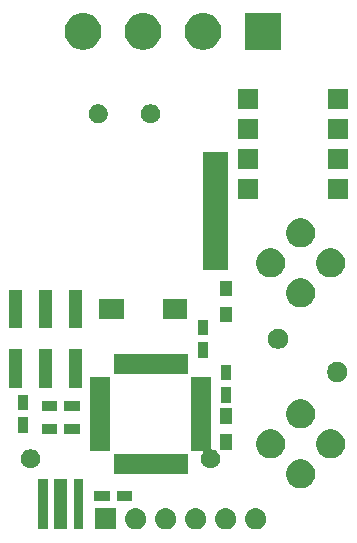
<source format=gbr>
G04 #@! TF.GenerationSoftware,KiCad,Pcbnew,(5.0.1)-4*
G04 #@! TF.CreationDate,2019-02-11T11:38:27+01:00*
G04 #@! TF.ProjectId,MyWallSwitch,4D7957616C6C5377697463682E6B6963,1*
G04 #@! TF.SameCoordinates,Original*
G04 #@! TF.FileFunction,Soldermask,Top*
G04 #@! TF.FilePolarity,Negative*
%FSLAX46Y46*%
G04 Gerber Fmt 4.6, Leading zero omitted, Abs format (unit mm)*
G04 Created by KiCad (PCBNEW (5.0.1)-4) date 11.02.2019 11:38:27*
%MOMM*%
%LPD*%
G01*
G04 APERTURE LIST*
%ADD10C,0.100000*%
G04 APERTURE END LIST*
D10*
G36*
X146160443Y-117215519D02*
X146226627Y-117222037D01*
X146339853Y-117256384D01*
X146396467Y-117273557D01*
X146535087Y-117347652D01*
X146552991Y-117357222D01*
X146588729Y-117386552D01*
X146690186Y-117469814D01*
X146773448Y-117571271D01*
X146802778Y-117607009D01*
X146802779Y-117607011D01*
X146886443Y-117763533D01*
X146886443Y-117763534D01*
X146937963Y-117933373D01*
X146955359Y-118110000D01*
X146937963Y-118286627D01*
X146903616Y-118399853D01*
X146886443Y-118456467D01*
X146812348Y-118595087D01*
X146802778Y-118612991D01*
X146773448Y-118648729D01*
X146690186Y-118750186D01*
X146588729Y-118833448D01*
X146552991Y-118862778D01*
X146552989Y-118862779D01*
X146396467Y-118946443D01*
X146339853Y-118963616D01*
X146226627Y-118997963D01*
X146160443Y-119004481D01*
X146094260Y-119011000D01*
X146005740Y-119011000D01*
X145939557Y-119004481D01*
X145873373Y-118997963D01*
X145760147Y-118963616D01*
X145703533Y-118946443D01*
X145547011Y-118862779D01*
X145547009Y-118862778D01*
X145511271Y-118833448D01*
X145409814Y-118750186D01*
X145326552Y-118648729D01*
X145297222Y-118612991D01*
X145287652Y-118595087D01*
X145213557Y-118456467D01*
X145196384Y-118399853D01*
X145162037Y-118286627D01*
X145144641Y-118110000D01*
X145162037Y-117933373D01*
X145213557Y-117763534D01*
X145213557Y-117763533D01*
X145297221Y-117607011D01*
X145297222Y-117607009D01*
X145326552Y-117571271D01*
X145409814Y-117469814D01*
X145511271Y-117386552D01*
X145547009Y-117357222D01*
X145564913Y-117347652D01*
X145703533Y-117273557D01*
X145760147Y-117256384D01*
X145873373Y-117222037D01*
X145939557Y-117215519D01*
X146005740Y-117209000D01*
X146094260Y-117209000D01*
X146160443Y-117215519D01*
X146160443Y-117215519D01*
G37*
G36*
X143620443Y-117215519D02*
X143686627Y-117222037D01*
X143799853Y-117256384D01*
X143856467Y-117273557D01*
X143995087Y-117347652D01*
X144012991Y-117357222D01*
X144048729Y-117386552D01*
X144150186Y-117469814D01*
X144233448Y-117571271D01*
X144262778Y-117607009D01*
X144262779Y-117607011D01*
X144346443Y-117763533D01*
X144346443Y-117763534D01*
X144397963Y-117933373D01*
X144415359Y-118110000D01*
X144397963Y-118286627D01*
X144363616Y-118399853D01*
X144346443Y-118456467D01*
X144272348Y-118595087D01*
X144262778Y-118612991D01*
X144233448Y-118648729D01*
X144150186Y-118750186D01*
X144048729Y-118833448D01*
X144012991Y-118862778D01*
X144012989Y-118862779D01*
X143856467Y-118946443D01*
X143799853Y-118963616D01*
X143686627Y-118997963D01*
X143620443Y-119004481D01*
X143554260Y-119011000D01*
X143465740Y-119011000D01*
X143399557Y-119004481D01*
X143333373Y-118997963D01*
X143220147Y-118963616D01*
X143163533Y-118946443D01*
X143007011Y-118862779D01*
X143007009Y-118862778D01*
X142971271Y-118833448D01*
X142869814Y-118750186D01*
X142786552Y-118648729D01*
X142757222Y-118612991D01*
X142747652Y-118595087D01*
X142673557Y-118456467D01*
X142656384Y-118399853D01*
X142622037Y-118286627D01*
X142604641Y-118110000D01*
X142622037Y-117933373D01*
X142673557Y-117763534D01*
X142673557Y-117763533D01*
X142757221Y-117607011D01*
X142757222Y-117607009D01*
X142786552Y-117571271D01*
X142869814Y-117469814D01*
X142971271Y-117386552D01*
X143007009Y-117357222D01*
X143024913Y-117347652D01*
X143163533Y-117273557D01*
X143220147Y-117256384D01*
X143333373Y-117222037D01*
X143399557Y-117215519D01*
X143465740Y-117209000D01*
X143554260Y-117209000D01*
X143620443Y-117215519D01*
X143620443Y-117215519D01*
G37*
G36*
X134251000Y-119011000D02*
X132449000Y-119011000D01*
X132449000Y-117209000D01*
X134251000Y-117209000D01*
X134251000Y-119011000D01*
X134251000Y-119011000D01*
G37*
G36*
X136000443Y-117215519D02*
X136066627Y-117222037D01*
X136179853Y-117256384D01*
X136236467Y-117273557D01*
X136375087Y-117347652D01*
X136392991Y-117357222D01*
X136428729Y-117386552D01*
X136530186Y-117469814D01*
X136613448Y-117571271D01*
X136642778Y-117607009D01*
X136642779Y-117607011D01*
X136726443Y-117763533D01*
X136726443Y-117763534D01*
X136777963Y-117933373D01*
X136795359Y-118110000D01*
X136777963Y-118286627D01*
X136743616Y-118399853D01*
X136726443Y-118456467D01*
X136652348Y-118595087D01*
X136642778Y-118612991D01*
X136613448Y-118648729D01*
X136530186Y-118750186D01*
X136428729Y-118833448D01*
X136392991Y-118862778D01*
X136392989Y-118862779D01*
X136236467Y-118946443D01*
X136179853Y-118963616D01*
X136066627Y-118997963D01*
X136000443Y-119004481D01*
X135934260Y-119011000D01*
X135845740Y-119011000D01*
X135779557Y-119004481D01*
X135713373Y-118997963D01*
X135600147Y-118963616D01*
X135543533Y-118946443D01*
X135387011Y-118862779D01*
X135387009Y-118862778D01*
X135351271Y-118833448D01*
X135249814Y-118750186D01*
X135166552Y-118648729D01*
X135137222Y-118612991D01*
X135127652Y-118595087D01*
X135053557Y-118456467D01*
X135036384Y-118399853D01*
X135002037Y-118286627D01*
X134984641Y-118110000D01*
X135002037Y-117933373D01*
X135053557Y-117763534D01*
X135053557Y-117763533D01*
X135137221Y-117607011D01*
X135137222Y-117607009D01*
X135166552Y-117571271D01*
X135249814Y-117469814D01*
X135351271Y-117386552D01*
X135387009Y-117357222D01*
X135404913Y-117347652D01*
X135543533Y-117273557D01*
X135600147Y-117256384D01*
X135713373Y-117222037D01*
X135779557Y-117215519D01*
X135845740Y-117209000D01*
X135934260Y-117209000D01*
X136000443Y-117215519D01*
X136000443Y-117215519D01*
G37*
G36*
X141080443Y-117215519D02*
X141146627Y-117222037D01*
X141259853Y-117256384D01*
X141316467Y-117273557D01*
X141455087Y-117347652D01*
X141472991Y-117357222D01*
X141508729Y-117386552D01*
X141610186Y-117469814D01*
X141693448Y-117571271D01*
X141722778Y-117607009D01*
X141722779Y-117607011D01*
X141806443Y-117763533D01*
X141806443Y-117763534D01*
X141857963Y-117933373D01*
X141875359Y-118110000D01*
X141857963Y-118286627D01*
X141823616Y-118399853D01*
X141806443Y-118456467D01*
X141732348Y-118595087D01*
X141722778Y-118612991D01*
X141693448Y-118648729D01*
X141610186Y-118750186D01*
X141508729Y-118833448D01*
X141472991Y-118862778D01*
X141472989Y-118862779D01*
X141316467Y-118946443D01*
X141259853Y-118963616D01*
X141146627Y-118997963D01*
X141080443Y-119004481D01*
X141014260Y-119011000D01*
X140925740Y-119011000D01*
X140859557Y-119004481D01*
X140793373Y-118997963D01*
X140680147Y-118963616D01*
X140623533Y-118946443D01*
X140467011Y-118862779D01*
X140467009Y-118862778D01*
X140431271Y-118833448D01*
X140329814Y-118750186D01*
X140246552Y-118648729D01*
X140217222Y-118612991D01*
X140207652Y-118595087D01*
X140133557Y-118456467D01*
X140116384Y-118399853D01*
X140082037Y-118286627D01*
X140064641Y-118110000D01*
X140082037Y-117933373D01*
X140133557Y-117763534D01*
X140133557Y-117763533D01*
X140217221Y-117607011D01*
X140217222Y-117607009D01*
X140246552Y-117571271D01*
X140329814Y-117469814D01*
X140431271Y-117386552D01*
X140467009Y-117357222D01*
X140484913Y-117347652D01*
X140623533Y-117273557D01*
X140680147Y-117256384D01*
X140793373Y-117222037D01*
X140859557Y-117215519D01*
X140925740Y-117209000D01*
X141014260Y-117209000D01*
X141080443Y-117215519D01*
X141080443Y-117215519D01*
G37*
G36*
X138540443Y-117215519D02*
X138606627Y-117222037D01*
X138719853Y-117256384D01*
X138776467Y-117273557D01*
X138915087Y-117347652D01*
X138932991Y-117357222D01*
X138968729Y-117386552D01*
X139070186Y-117469814D01*
X139153448Y-117571271D01*
X139182778Y-117607009D01*
X139182779Y-117607011D01*
X139266443Y-117763533D01*
X139266443Y-117763534D01*
X139317963Y-117933373D01*
X139335359Y-118110000D01*
X139317963Y-118286627D01*
X139283616Y-118399853D01*
X139266443Y-118456467D01*
X139192348Y-118595087D01*
X139182778Y-118612991D01*
X139153448Y-118648729D01*
X139070186Y-118750186D01*
X138968729Y-118833448D01*
X138932991Y-118862778D01*
X138932989Y-118862779D01*
X138776467Y-118946443D01*
X138719853Y-118963616D01*
X138606627Y-118997963D01*
X138540443Y-119004481D01*
X138474260Y-119011000D01*
X138385740Y-119011000D01*
X138319557Y-119004481D01*
X138253373Y-118997963D01*
X138140147Y-118963616D01*
X138083533Y-118946443D01*
X137927011Y-118862779D01*
X137927009Y-118862778D01*
X137891271Y-118833448D01*
X137789814Y-118750186D01*
X137706552Y-118648729D01*
X137677222Y-118612991D01*
X137667652Y-118595087D01*
X137593557Y-118456467D01*
X137576384Y-118399853D01*
X137542037Y-118286627D01*
X137524641Y-118110000D01*
X137542037Y-117933373D01*
X137593557Y-117763534D01*
X137593557Y-117763533D01*
X137677221Y-117607011D01*
X137677222Y-117607009D01*
X137706552Y-117571271D01*
X137789814Y-117469814D01*
X137891271Y-117386552D01*
X137927009Y-117357222D01*
X137944913Y-117347652D01*
X138083533Y-117273557D01*
X138140147Y-117256384D01*
X138253373Y-117222037D01*
X138319557Y-117215519D01*
X138385740Y-117209000D01*
X138474260Y-117209000D01*
X138540443Y-117215519D01*
X138540443Y-117215519D01*
G37*
G36*
X128441000Y-118941000D02*
X127639000Y-118941000D01*
X127639000Y-114739000D01*
X128441000Y-114739000D01*
X128441000Y-118941000D01*
X128441000Y-118941000D01*
G37*
G36*
X131441000Y-118941000D02*
X130639000Y-118941000D01*
X130639000Y-114739000D01*
X131441000Y-114739000D01*
X131441000Y-118941000D01*
X131441000Y-118941000D01*
G37*
G36*
X130091000Y-118941000D02*
X128989000Y-118941000D01*
X128989000Y-114739000D01*
X130091000Y-114739000D01*
X130091000Y-118941000D01*
X130091000Y-118941000D01*
G37*
G36*
X135586000Y-116631000D02*
X134284000Y-116631000D01*
X134284000Y-115779000D01*
X135586000Y-115779000D01*
X135586000Y-116631000D01*
X135586000Y-116631000D01*
G37*
G36*
X133686000Y-116631000D02*
X132384000Y-116631000D01*
X132384000Y-115779000D01*
X133686000Y-115779000D01*
X133686000Y-116631000D01*
X133686000Y-116631000D01*
G37*
G36*
X150217611Y-113121114D02*
X150440730Y-113213533D01*
X150641530Y-113347704D01*
X150812296Y-113518470D01*
X150946467Y-113719270D01*
X151038886Y-113942389D01*
X151086000Y-114179248D01*
X151086000Y-114420752D01*
X151038886Y-114657611D01*
X150946467Y-114880730D01*
X150812296Y-115081530D01*
X150641530Y-115252296D01*
X150440730Y-115386467D01*
X150217611Y-115478886D01*
X149980752Y-115526000D01*
X149739248Y-115526000D01*
X149502389Y-115478886D01*
X149279270Y-115386467D01*
X149078470Y-115252296D01*
X148907704Y-115081530D01*
X148773533Y-114880730D01*
X148681114Y-114657611D01*
X148634000Y-114420752D01*
X148634000Y-114179248D01*
X148681114Y-113942389D01*
X148773533Y-113719270D01*
X148907704Y-113518470D01*
X149078470Y-113347704D01*
X149279270Y-113213533D01*
X149502389Y-113121114D01*
X149739248Y-113074000D01*
X149980752Y-113074000D01*
X150217611Y-113121114D01*
X150217611Y-113121114D01*
G37*
G36*
X140286000Y-114321000D02*
X134034000Y-114321000D01*
X134034000Y-112619000D01*
X140286000Y-112619000D01*
X140286000Y-114321000D01*
X140286000Y-114321000D01*
G37*
G36*
X127237142Y-112248242D02*
X127385102Y-112309530D01*
X127518258Y-112398502D01*
X127631498Y-112511742D01*
X127720470Y-112644898D01*
X127781758Y-112792858D01*
X127813000Y-112949925D01*
X127813000Y-113110075D01*
X127781758Y-113267142D01*
X127720470Y-113415102D01*
X127631498Y-113548258D01*
X127518258Y-113661498D01*
X127385102Y-113750470D01*
X127237142Y-113811758D01*
X127080075Y-113843000D01*
X126919925Y-113843000D01*
X126762858Y-113811758D01*
X126614898Y-113750470D01*
X126481742Y-113661498D01*
X126368502Y-113548258D01*
X126279530Y-113415102D01*
X126218242Y-113267142D01*
X126187000Y-113110075D01*
X126187000Y-112949925D01*
X126218242Y-112792858D01*
X126279530Y-112644898D01*
X126368502Y-112511742D01*
X126481742Y-112398502D01*
X126614898Y-112309530D01*
X126762858Y-112248242D01*
X126919925Y-112217000D01*
X127080075Y-112217000D01*
X127237142Y-112248242D01*
X127237142Y-112248242D01*
G37*
G36*
X142261000Y-112102664D02*
X142263402Y-112127050D01*
X142270515Y-112150499D01*
X142282066Y-112172110D01*
X142297612Y-112191052D01*
X142316554Y-112206598D01*
X142338165Y-112218149D01*
X142361614Y-112225262D01*
X142477141Y-112248242D01*
X142625102Y-112309530D01*
X142758258Y-112398502D01*
X142795612Y-112435856D01*
X142805790Y-112444210D01*
X142814144Y-112454388D01*
X142871498Y-112511742D01*
X142960470Y-112644898D01*
X143021758Y-112792858D01*
X143053000Y-112949925D01*
X143053000Y-113110075D01*
X143021758Y-113267142D01*
X142960470Y-113415102D01*
X142871498Y-113548258D01*
X142758258Y-113661498D01*
X142625102Y-113750470D01*
X142477142Y-113811758D01*
X142320075Y-113843000D01*
X142159925Y-113843000D01*
X142002858Y-113811758D01*
X141854898Y-113750470D01*
X141721742Y-113661498D01*
X141608502Y-113548258D01*
X141519530Y-113415102D01*
X141458242Y-113267142D01*
X141427000Y-113110075D01*
X141427000Y-112949925D01*
X141458242Y-112792858D01*
X141519529Y-112644898D01*
X141589322Y-112540447D01*
X141600874Y-112518836D01*
X141607987Y-112495387D01*
X141610389Y-112471000D01*
X141607987Y-112446614D01*
X141600874Y-112423165D01*
X141589323Y-112401554D01*
X141573778Y-112382612D01*
X141554836Y-112367067D01*
X141533225Y-112355515D01*
X141509776Y-112348402D01*
X141485389Y-112346000D01*
X140559000Y-112346000D01*
X140559000Y-106094000D01*
X142261000Y-106094000D01*
X142261000Y-112102664D01*
X142261000Y-112102664D01*
G37*
G36*
X147677611Y-110581114D02*
X147900730Y-110673533D01*
X148101530Y-110807704D01*
X148272296Y-110978470D01*
X148406467Y-111179270D01*
X148498886Y-111402389D01*
X148546000Y-111639248D01*
X148546000Y-111880752D01*
X148498886Y-112117611D01*
X148406467Y-112340730D01*
X148272296Y-112541530D01*
X148101530Y-112712296D01*
X147900730Y-112846467D01*
X147677611Y-112938886D01*
X147440752Y-112986000D01*
X147199248Y-112986000D01*
X146962389Y-112938886D01*
X146739270Y-112846467D01*
X146538470Y-112712296D01*
X146367704Y-112541530D01*
X146233533Y-112340730D01*
X146141114Y-112117611D01*
X146094000Y-111880752D01*
X146094000Y-111639248D01*
X146141114Y-111402389D01*
X146233533Y-111179270D01*
X146367704Y-110978470D01*
X146538470Y-110807704D01*
X146739270Y-110673533D01*
X146962389Y-110581114D01*
X147199248Y-110534000D01*
X147440752Y-110534000D01*
X147677611Y-110581114D01*
X147677611Y-110581114D01*
G37*
G36*
X152757611Y-110581114D02*
X152980730Y-110673533D01*
X153181530Y-110807704D01*
X153352296Y-110978470D01*
X153486467Y-111179270D01*
X153578886Y-111402389D01*
X153626000Y-111639248D01*
X153626000Y-111880752D01*
X153578886Y-112117611D01*
X153486467Y-112340730D01*
X153352296Y-112541530D01*
X153181530Y-112712296D01*
X152980730Y-112846467D01*
X152757611Y-112938886D01*
X152520752Y-112986000D01*
X152279248Y-112986000D01*
X152042389Y-112938886D01*
X151819270Y-112846467D01*
X151618470Y-112712296D01*
X151447704Y-112541530D01*
X151313533Y-112340730D01*
X151221114Y-112117611D01*
X151174000Y-111880752D01*
X151174000Y-111639248D01*
X151221114Y-111402389D01*
X151313533Y-111179270D01*
X151447704Y-110978470D01*
X151618470Y-110807704D01*
X151819270Y-110673533D01*
X152042389Y-110581114D01*
X152279248Y-110534000D01*
X152520752Y-110534000D01*
X152757611Y-110581114D01*
X152757611Y-110581114D01*
G37*
G36*
X133761000Y-112346000D02*
X132059000Y-112346000D01*
X132059000Y-106094000D01*
X133761000Y-106094000D01*
X133761000Y-112346000D01*
X133761000Y-112346000D01*
G37*
G36*
X144011000Y-112241000D02*
X143009000Y-112241000D01*
X143009000Y-110939000D01*
X144011000Y-110939000D01*
X144011000Y-112241000D01*
X144011000Y-112241000D01*
G37*
G36*
X129241000Y-110916000D02*
X127939000Y-110916000D01*
X127939000Y-110064000D01*
X129241000Y-110064000D01*
X129241000Y-110916000D01*
X129241000Y-110916000D01*
G37*
G36*
X131141000Y-110916000D02*
X129839000Y-110916000D01*
X129839000Y-110064000D01*
X131141000Y-110064000D01*
X131141000Y-110916000D01*
X131141000Y-110916000D01*
G37*
G36*
X126791000Y-110821000D02*
X125939000Y-110821000D01*
X125939000Y-109519000D01*
X126791000Y-109519000D01*
X126791000Y-110821000D01*
X126791000Y-110821000D01*
G37*
G36*
X150217611Y-108041114D02*
X150440730Y-108133533D01*
X150641530Y-108267704D01*
X150812296Y-108438470D01*
X150946467Y-108639270D01*
X151038886Y-108862389D01*
X151086000Y-109099248D01*
X151086000Y-109340752D01*
X151038886Y-109577611D01*
X150946467Y-109800730D01*
X150812296Y-110001530D01*
X150641530Y-110172296D01*
X150440730Y-110306467D01*
X150217611Y-110398886D01*
X149980752Y-110446000D01*
X149739248Y-110446000D01*
X149502389Y-110398886D01*
X149279270Y-110306467D01*
X149078470Y-110172296D01*
X148907704Y-110001530D01*
X148773533Y-109800730D01*
X148681114Y-109577611D01*
X148634000Y-109340752D01*
X148634000Y-109099248D01*
X148681114Y-108862389D01*
X148773533Y-108639270D01*
X148907704Y-108438470D01*
X149078470Y-108267704D01*
X149279270Y-108133533D01*
X149502389Y-108041114D01*
X149739248Y-107994000D01*
X149980752Y-107994000D01*
X150217611Y-108041114D01*
X150217611Y-108041114D01*
G37*
G36*
X144011000Y-110041000D02*
X143009000Y-110041000D01*
X143009000Y-108739000D01*
X144011000Y-108739000D01*
X144011000Y-110041000D01*
X144011000Y-110041000D01*
G37*
G36*
X131141000Y-109011000D02*
X129839000Y-109011000D01*
X129839000Y-108159000D01*
X131141000Y-108159000D01*
X131141000Y-109011000D01*
X131141000Y-109011000D01*
G37*
G36*
X129241000Y-109011000D02*
X127939000Y-109011000D01*
X127939000Y-108159000D01*
X129241000Y-108159000D01*
X129241000Y-109011000D01*
X129241000Y-109011000D01*
G37*
G36*
X126791000Y-108921000D02*
X125939000Y-108921000D01*
X125939000Y-107619000D01*
X126791000Y-107619000D01*
X126791000Y-108921000D01*
X126791000Y-108921000D01*
G37*
G36*
X143936000Y-108281000D02*
X143084000Y-108281000D01*
X143084000Y-106979000D01*
X143936000Y-106979000D01*
X143936000Y-108281000D01*
X143936000Y-108281000D01*
G37*
G36*
X126281000Y-107021000D02*
X125179000Y-107021000D01*
X125179000Y-103769000D01*
X126281000Y-103769000D01*
X126281000Y-107021000D01*
X126281000Y-107021000D01*
G37*
G36*
X131361000Y-107021000D02*
X130259000Y-107021000D01*
X130259000Y-103769000D01*
X131361000Y-103769000D01*
X131361000Y-107021000D01*
X131361000Y-107021000D01*
G37*
G36*
X128821000Y-107021000D02*
X127719000Y-107021000D01*
X127719000Y-103769000D01*
X128821000Y-103769000D01*
X128821000Y-107021000D01*
X128821000Y-107021000D01*
G37*
G36*
X153203228Y-104851703D02*
X153358100Y-104915853D01*
X153497481Y-105008985D01*
X153616015Y-105127519D01*
X153709147Y-105266900D01*
X153773297Y-105421772D01*
X153806000Y-105586184D01*
X153806000Y-105753816D01*
X153773297Y-105918228D01*
X153709147Y-106073100D01*
X153616015Y-106212481D01*
X153497481Y-106331015D01*
X153358100Y-106424147D01*
X153203228Y-106488297D01*
X153038816Y-106521000D01*
X152871184Y-106521000D01*
X152706772Y-106488297D01*
X152551900Y-106424147D01*
X152412519Y-106331015D01*
X152293985Y-106212481D01*
X152200853Y-106073100D01*
X152136703Y-105918228D01*
X152104000Y-105753816D01*
X152104000Y-105586184D01*
X152136703Y-105421772D01*
X152200853Y-105266900D01*
X152293985Y-105127519D01*
X152412519Y-105008985D01*
X152551900Y-104915853D01*
X152706772Y-104851703D01*
X152871184Y-104819000D01*
X153038816Y-104819000D01*
X153203228Y-104851703D01*
X153203228Y-104851703D01*
G37*
G36*
X143936000Y-106381000D02*
X143084000Y-106381000D01*
X143084000Y-105079000D01*
X143936000Y-105079000D01*
X143936000Y-106381000D01*
X143936000Y-106381000D01*
G37*
G36*
X140286000Y-105821000D02*
X134034000Y-105821000D01*
X134034000Y-104119000D01*
X140286000Y-104119000D01*
X140286000Y-105821000D01*
X140286000Y-105821000D01*
G37*
G36*
X142031000Y-104471000D02*
X141179000Y-104471000D01*
X141179000Y-103169000D01*
X142031000Y-103169000D01*
X142031000Y-104471000D01*
X142031000Y-104471000D01*
G37*
G36*
X148203228Y-102051703D02*
X148358100Y-102115853D01*
X148497481Y-102208985D01*
X148616015Y-102327519D01*
X148709147Y-102466900D01*
X148773297Y-102621772D01*
X148806000Y-102786184D01*
X148806000Y-102953816D01*
X148773297Y-103118228D01*
X148709147Y-103273100D01*
X148616015Y-103412481D01*
X148497481Y-103531015D01*
X148358100Y-103624147D01*
X148203228Y-103688297D01*
X148038816Y-103721000D01*
X147871184Y-103721000D01*
X147706772Y-103688297D01*
X147551900Y-103624147D01*
X147412519Y-103531015D01*
X147293985Y-103412481D01*
X147200853Y-103273100D01*
X147136703Y-103118228D01*
X147104000Y-102953816D01*
X147104000Y-102786184D01*
X147136703Y-102621772D01*
X147200853Y-102466900D01*
X147293985Y-102327519D01*
X147412519Y-102208985D01*
X147551900Y-102115853D01*
X147706772Y-102051703D01*
X147871184Y-102019000D01*
X148038816Y-102019000D01*
X148203228Y-102051703D01*
X148203228Y-102051703D01*
G37*
G36*
X142031000Y-102571000D02*
X141179000Y-102571000D01*
X141179000Y-101269000D01*
X142031000Y-101269000D01*
X142031000Y-102571000D01*
X142031000Y-102571000D01*
G37*
G36*
X126281000Y-101971000D02*
X125179000Y-101971000D01*
X125179000Y-98719000D01*
X126281000Y-98719000D01*
X126281000Y-101971000D01*
X126281000Y-101971000D01*
G37*
G36*
X131361000Y-101971000D02*
X130259000Y-101971000D01*
X130259000Y-98719000D01*
X131361000Y-98719000D01*
X131361000Y-101971000D01*
X131361000Y-101971000D01*
G37*
G36*
X128821000Y-101971000D02*
X127719000Y-101971000D01*
X127719000Y-98719000D01*
X128821000Y-98719000D01*
X128821000Y-101971000D01*
X128821000Y-101971000D01*
G37*
G36*
X144011000Y-101446000D02*
X143009000Y-101446000D01*
X143009000Y-100144000D01*
X144011000Y-100144000D01*
X144011000Y-101446000D01*
X144011000Y-101446000D01*
G37*
G36*
X134876000Y-101181000D02*
X132774000Y-101181000D01*
X132774000Y-99479000D01*
X134876000Y-99479000D01*
X134876000Y-101181000D01*
X134876000Y-101181000D01*
G37*
G36*
X140276000Y-101181000D02*
X138174000Y-101181000D01*
X138174000Y-99479000D01*
X140276000Y-99479000D01*
X140276000Y-101181000D01*
X140276000Y-101181000D01*
G37*
G36*
X150217611Y-97801114D02*
X150440730Y-97893533D01*
X150641530Y-98027704D01*
X150812296Y-98198470D01*
X150946467Y-98399270D01*
X151038886Y-98622389D01*
X151086000Y-98859248D01*
X151086000Y-99100752D01*
X151038886Y-99337611D01*
X150946467Y-99560730D01*
X150812296Y-99761530D01*
X150641530Y-99932296D01*
X150440730Y-100066467D01*
X150217611Y-100158886D01*
X149980752Y-100206000D01*
X149739248Y-100206000D01*
X149502389Y-100158886D01*
X149279270Y-100066467D01*
X149078470Y-99932296D01*
X148907704Y-99761530D01*
X148773533Y-99560730D01*
X148681114Y-99337611D01*
X148634000Y-99100752D01*
X148634000Y-98859248D01*
X148681114Y-98622389D01*
X148773533Y-98399270D01*
X148907704Y-98198470D01*
X149078470Y-98027704D01*
X149279270Y-97893533D01*
X149502389Y-97801114D01*
X149739248Y-97754000D01*
X149980752Y-97754000D01*
X150217611Y-97801114D01*
X150217611Y-97801114D01*
G37*
G36*
X144011000Y-99246000D02*
X143009000Y-99246000D01*
X143009000Y-97944000D01*
X144011000Y-97944000D01*
X144011000Y-99246000D01*
X144011000Y-99246000D01*
G37*
G36*
X147677611Y-95261114D02*
X147900730Y-95353533D01*
X148101530Y-95487704D01*
X148272296Y-95658470D01*
X148406467Y-95859270D01*
X148498886Y-96082389D01*
X148546000Y-96319248D01*
X148546000Y-96560752D01*
X148498886Y-96797611D01*
X148406467Y-97020730D01*
X148272296Y-97221530D01*
X148101530Y-97392296D01*
X147900730Y-97526467D01*
X147677611Y-97618886D01*
X147440752Y-97666000D01*
X147199248Y-97666000D01*
X146962389Y-97618886D01*
X146739270Y-97526467D01*
X146538470Y-97392296D01*
X146367704Y-97221530D01*
X146233533Y-97020730D01*
X146141114Y-96797611D01*
X146094000Y-96560752D01*
X146094000Y-96319248D01*
X146141114Y-96082389D01*
X146233533Y-95859270D01*
X146367704Y-95658470D01*
X146538470Y-95487704D01*
X146739270Y-95353533D01*
X146962389Y-95261114D01*
X147199248Y-95214000D01*
X147440752Y-95214000D01*
X147677611Y-95261114D01*
X147677611Y-95261114D01*
G37*
G36*
X152757611Y-95261114D02*
X152980730Y-95353533D01*
X153181530Y-95487704D01*
X153352296Y-95658470D01*
X153486467Y-95859270D01*
X153578886Y-96082389D01*
X153626000Y-96319248D01*
X153626000Y-96560752D01*
X153578886Y-96797611D01*
X153486467Y-97020730D01*
X153352296Y-97221530D01*
X153181530Y-97392296D01*
X152980730Y-97526467D01*
X152757611Y-97618886D01*
X152520752Y-97666000D01*
X152279248Y-97666000D01*
X152042389Y-97618886D01*
X151819270Y-97526467D01*
X151618470Y-97392296D01*
X151447704Y-97221530D01*
X151313533Y-97020730D01*
X151221114Y-96797611D01*
X151174000Y-96560752D01*
X151174000Y-96319248D01*
X151221114Y-96082389D01*
X151313533Y-95859270D01*
X151447704Y-95658470D01*
X151618470Y-95487704D01*
X151819270Y-95353533D01*
X152042389Y-95261114D01*
X152279248Y-95214000D01*
X152520752Y-95214000D01*
X152757611Y-95261114D01*
X152757611Y-95261114D01*
G37*
G36*
X143736000Y-97026000D02*
X141634000Y-97026000D01*
X141634000Y-87034000D01*
X143736000Y-87034000D01*
X143736000Y-97026000D01*
X143736000Y-97026000D01*
G37*
G36*
X150217611Y-92721114D02*
X150440730Y-92813533D01*
X150641530Y-92947704D01*
X150812296Y-93118470D01*
X150946467Y-93319270D01*
X151038886Y-93542389D01*
X151086000Y-93779248D01*
X151086000Y-94020752D01*
X151038886Y-94257611D01*
X150946467Y-94480730D01*
X150812296Y-94681530D01*
X150641530Y-94852296D01*
X150440730Y-94986467D01*
X150217611Y-95078886D01*
X149980752Y-95126000D01*
X149739248Y-95126000D01*
X149502389Y-95078886D01*
X149279270Y-94986467D01*
X149078470Y-94852296D01*
X148907704Y-94681530D01*
X148773533Y-94480730D01*
X148681114Y-94257611D01*
X148634000Y-94020752D01*
X148634000Y-93779248D01*
X148681114Y-93542389D01*
X148773533Y-93319270D01*
X148907704Y-93118470D01*
X149078470Y-92947704D01*
X149279270Y-92813533D01*
X149502389Y-92721114D01*
X149739248Y-92674000D01*
X149980752Y-92674000D01*
X150217611Y-92721114D01*
X150217611Y-92721114D01*
G37*
G36*
X153886000Y-91021000D02*
X152184000Y-91021000D01*
X152184000Y-89319000D01*
X153886000Y-89319000D01*
X153886000Y-91021000D01*
X153886000Y-91021000D01*
G37*
G36*
X146266000Y-91021000D02*
X144564000Y-91021000D01*
X144564000Y-89319000D01*
X146266000Y-89319000D01*
X146266000Y-91021000D01*
X146266000Y-91021000D01*
G37*
G36*
X153886000Y-88481000D02*
X152184000Y-88481000D01*
X152184000Y-86779000D01*
X153886000Y-86779000D01*
X153886000Y-88481000D01*
X153886000Y-88481000D01*
G37*
G36*
X146266000Y-88481000D02*
X144564000Y-88481000D01*
X144564000Y-86779000D01*
X146266000Y-86779000D01*
X146266000Y-88481000D01*
X146266000Y-88481000D01*
G37*
G36*
X146266000Y-85941000D02*
X144564000Y-85941000D01*
X144564000Y-84239000D01*
X146266000Y-84239000D01*
X146266000Y-85941000D01*
X146266000Y-85941000D01*
G37*
G36*
X153886000Y-85941000D02*
X152184000Y-85941000D01*
X152184000Y-84239000D01*
X153886000Y-84239000D01*
X153886000Y-85941000D01*
X153886000Y-85941000D01*
G37*
G36*
X137397142Y-83038242D02*
X137545102Y-83099530D01*
X137678258Y-83188502D01*
X137791498Y-83301742D01*
X137880470Y-83434898D01*
X137941758Y-83582858D01*
X137973000Y-83739925D01*
X137973000Y-83900075D01*
X137941758Y-84057142D01*
X137880470Y-84205102D01*
X137791498Y-84338258D01*
X137678258Y-84451498D01*
X137545102Y-84540470D01*
X137397142Y-84601758D01*
X137240075Y-84633000D01*
X137079925Y-84633000D01*
X136922858Y-84601758D01*
X136774898Y-84540470D01*
X136641742Y-84451498D01*
X136528502Y-84338258D01*
X136439530Y-84205102D01*
X136378242Y-84057142D01*
X136347000Y-83900075D01*
X136347000Y-83739925D01*
X136378242Y-83582858D01*
X136439530Y-83434898D01*
X136528502Y-83301742D01*
X136641742Y-83188502D01*
X136774898Y-83099530D01*
X136922858Y-83038242D01*
X137079925Y-83007000D01*
X137240075Y-83007000D01*
X137397142Y-83038242D01*
X137397142Y-83038242D01*
G37*
G36*
X132952142Y-83038242D02*
X133100102Y-83099530D01*
X133233258Y-83188502D01*
X133346498Y-83301742D01*
X133435470Y-83434898D01*
X133496758Y-83582858D01*
X133528000Y-83739925D01*
X133528000Y-83900075D01*
X133496758Y-84057142D01*
X133435470Y-84205102D01*
X133346498Y-84338258D01*
X133233258Y-84451498D01*
X133100102Y-84540470D01*
X132952142Y-84601758D01*
X132795075Y-84633000D01*
X132634925Y-84633000D01*
X132477858Y-84601758D01*
X132329898Y-84540470D01*
X132196742Y-84451498D01*
X132083502Y-84338258D01*
X131994530Y-84205102D01*
X131933242Y-84057142D01*
X131902000Y-83900075D01*
X131902000Y-83739925D01*
X131933242Y-83582858D01*
X131994530Y-83434898D01*
X132083502Y-83301742D01*
X132196742Y-83188502D01*
X132329898Y-83099530D01*
X132477858Y-83038242D01*
X132634925Y-83007000D01*
X132795075Y-83007000D01*
X132952142Y-83038242D01*
X132952142Y-83038242D01*
G37*
G36*
X153886000Y-83401000D02*
X152184000Y-83401000D01*
X152184000Y-81699000D01*
X153886000Y-81699000D01*
X153886000Y-83401000D01*
X153886000Y-83401000D01*
G37*
G36*
X146266000Y-83401000D02*
X144564000Y-83401000D01*
X144564000Y-81699000D01*
X146266000Y-81699000D01*
X146266000Y-83401000D01*
X146266000Y-83401000D01*
G37*
G36*
X148236000Y-78386000D02*
X145134000Y-78386000D01*
X145134000Y-75284000D01*
X148236000Y-75284000D01*
X148236000Y-78386000D01*
X148236000Y-78386000D01*
G37*
G36*
X141957527Y-75323736D02*
X142057410Y-75343604D01*
X142339674Y-75460521D01*
X142593705Y-75630259D01*
X142809741Y-75846295D01*
X142979479Y-76100326D01*
X143096396Y-76382590D01*
X143156000Y-76682240D01*
X143156000Y-76987760D01*
X143096396Y-77287410D01*
X142979479Y-77569674D01*
X142809741Y-77823705D01*
X142593705Y-78039741D01*
X142339674Y-78209479D01*
X142057410Y-78326396D01*
X141957527Y-78346264D01*
X141757762Y-78386000D01*
X141452238Y-78386000D01*
X141252473Y-78346264D01*
X141152590Y-78326396D01*
X140870326Y-78209479D01*
X140616295Y-78039741D01*
X140400259Y-77823705D01*
X140230521Y-77569674D01*
X140113604Y-77287410D01*
X140054000Y-76987760D01*
X140054000Y-76682240D01*
X140113604Y-76382590D01*
X140230521Y-76100326D01*
X140400259Y-75846295D01*
X140616295Y-75630259D01*
X140870326Y-75460521D01*
X141152590Y-75343604D01*
X141252473Y-75323736D01*
X141452238Y-75284000D01*
X141757762Y-75284000D01*
X141957527Y-75323736D01*
X141957527Y-75323736D01*
G37*
G36*
X136877527Y-75323736D02*
X136977410Y-75343604D01*
X137259674Y-75460521D01*
X137513705Y-75630259D01*
X137729741Y-75846295D01*
X137899479Y-76100326D01*
X138016396Y-76382590D01*
X138076000Y-76682240D01*
X138076000Y-76987760D01*
X138016396Y-77287410D01*
X137899479Y-77569674D01*
X137729741Y-77823705D01*
X137513705Y-78039741D01*
X137259674Y-78209479D01*
X136977410Y-78326396D01*
X136877527Y-78346264D01*
X136677762Y-78386000D01*
X136372238Y-78386000D01*
X136172473Y-78346264D01*
X136072590Y-78326396D01*
X135790326Y-78209479D01*
X135536295Y-78039741D01*
X135320259Y-77823705D01*
X135150521Y-77569674D01*
X135033604Y-77287410D01*
X134974000Y-76987760D01*
X134974000Y-76682240D01*
X135033604Y-76382590D01*
X135150521Y-76100326D01*
X135320259Y-75846295D01*
X135536295Y-75630259D01*
X135790326Y-75460521D01*
X136072590Y-75343604D01*
X136172473Y-75323736D01*
X136372238Y-75284000D01*
X136677762Y-75284000D01*
X136877527Y-75323736D01*
X136877527Y-75323736D01*
G37*
G36*
X131797527Y-75323736D02*
X131897410Y-75343604D01*
X132179674Y-75460521D01*
X132433705Y-75630259D01*
X132649741Y-75846295D01*
X132819479Y-76100326D01*
X132936396Y-76382590D01*
X132996000Y-76682240D01*
X132996000Y-76987760D01*
X132936396Y-77287410D01*
X132819479Y-77569674D01*
X132649741Y-77823705D01*
X132433705Y-78039741D01*
X132179674Y-78209479D01*
X131897410Y-78326396D01*
X131797527Y-78346264D01*
X131597762Y-78386000D01*
X131292238Y-78386000D01*
X131092473Y-78346264D01*
X130992590Y-78326396D01*
X130710326Y-78209479D01*
X130456295Y-78039741D01*
X130240259Y-77823705D01*
X130070521Y-77569674D01*
X129953604Y-77287410D01*
X129894000Y-76987760D01*
X129894000Y-76682240D01*
X129953604Y-76382590D01*
X130070521Y-76100326D01*
X130240259Y-75846295D01*
X130456295Y-75630259D01*
X130710326Y-75460521D01*
X130992590Y-75343604D01*
X131092473Y-75323736D01*
X131292238Y-75284000D01*
X131597762Y-75284000D01*
X131797527Y-75323736D01*
X131797527Y-75323736D01*
G37*
M02*

</source>
